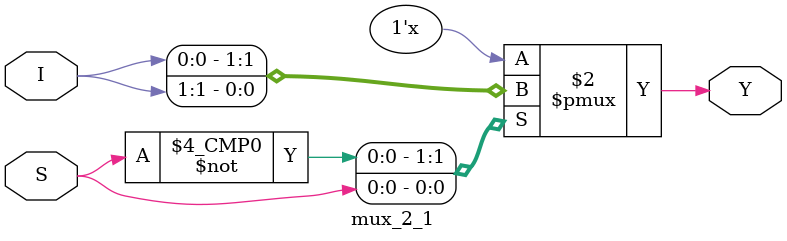
<source format=sv>

module mux_4_1(Y, I, S);
  input [3:0]I;
  input [1:0]S;
  output Y;
  wire p, q;
  
  mux_2_1 M1 (p, I[1:0], S[0]);
  mux_2_1 M2 (q, I[3:2], S[0]);
  mux_2_1 M3 (Y, {q,p}, S[1]);
endmodule
  
  
module mux_2_1(Y, I, S);
  input [1:0]I;
  input S;
  output reg Y;
  
  always@(*) 
    begin
      case(S)
        0: Y = I[0];
        1: Y = I[1];
      endcase
  	end
endmodule
</source>
